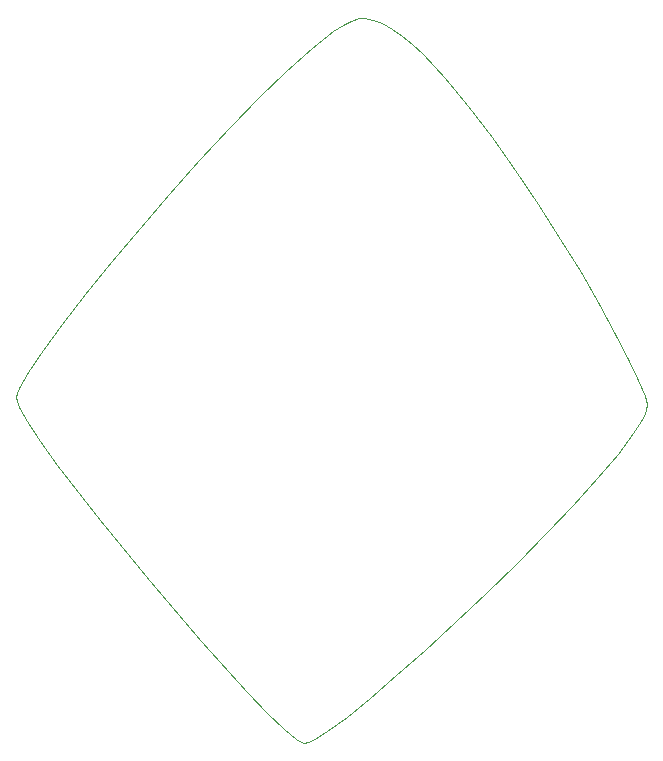
<source format=gbr>
%TF.GenerationSoftware,KiCad,Pcbnew,9.0.2*%
%TF.CreationDate,2025-06-02T01:08:02+08:00*%
%TF.ProjectId,niigo,6e696967-6f2e-46b6-9963-61645f706362,rev?*%
%TF.SameCoordinates,Original*%
%TF.FileFunction,Profile,NP*%
%FSLAX46Y46*%
G04 Gerber Fmt 4.6, Leading zero omitted, Abs format (unit mm)*
G04 Created by KiCad (PCBNEW 9.0.2) date 2025-06-02 01:08:02*
%MOMM*%
%LPD*%
G01*
G04 APERTURE LIST*
%TA.AperFunction,Profile*%
%ADD10C,0.000000*%
%TD*%
G04 APERTURE END LIST*
D10*
X231514333Y-37457279D02*
X232278511Y-37763391D01*
X233087347Y-38219264D01*
X233936112Y-38814543D01*
X234820081Y-39538870D01*
X235734526Y-40381887D01*
X237635940Y-42382567D01*
X239602540Y-44733727D01*
X241596514Y-47352509D01*
X243580049Y-50156058D01*
X245515330Y-53061516D01*
X247364546Y-55986028D01*
X249089882Y-58846737D01*
X250653526Y-61560787D01*
X252017664Y-64045320D01*
X253144483Y-66217481D01*
X253996170Y-67994414D01*
X254534912Y-69293261D01*
X254722896Y-70031166D01*
X254646477Y-70471360D01*
X254423423Y-71024705D01*
X254063043Y-71682822D01*
X253574643Y-72437335D01*
X252251010Y-74202038D01*
X250526980Y-76251798D01*
X248477009Y-78519595D01*
X246175552Y-80938413D01*
X243697064Y-83441231D01*
X241116001Y-85961034D01*
X235943972Y-90783519D01*
X233501917Y-92952165D01*
X231255109Y-94869723D01*
X229278004Y-96469175D01*
X227645056Y-97683503D01*
X226430722Y-98445688D01*
X226003802Y-98636285D01*
X225709457Y-98688713D01*
X225428346Y-98594315D01*
X225040014Y-98356078D01*
X223972126Y-97484471D01*
X222566673Y-96146662D01*
X220884533Y-94415419D01*
X216933705Y-90063704D01*
X212606673Y-85011475D01*
X208390467Y-79840877D01*
X204772117Y-75134059D01*
X203339334Y-73136488D01*
X202238652Y-71473167D01*
X201530948Y-70216865D01*
X201343487Y-69764086D01*
X201277101Y-69440350D01*
X201345268Y-69106521D01*
X201550903Y-68624448D01*
X202341640Y-67257576D01*
X203583436Y-65423737D01*
X205210414Y-63206934D01*
X207156700Y-60691170D01*
X209356416Y-57960449D01*
X214252637Y-52190147D01*
X216817389Y-49318572D01*
X219372067Y-46568054D01*
X221850797Y-44022593D01*
X224187700Y-41766195D01*
X226316902Y-39882862D01*
X228172526Y-38456598D01*
X228977160Y-37941117D01*
X229688696Y-37571405D01*
X230298900Y-37357961D01*
X230799537Y-37311287D01*
X231514333Y-37457279D01*
M02*

</source>
